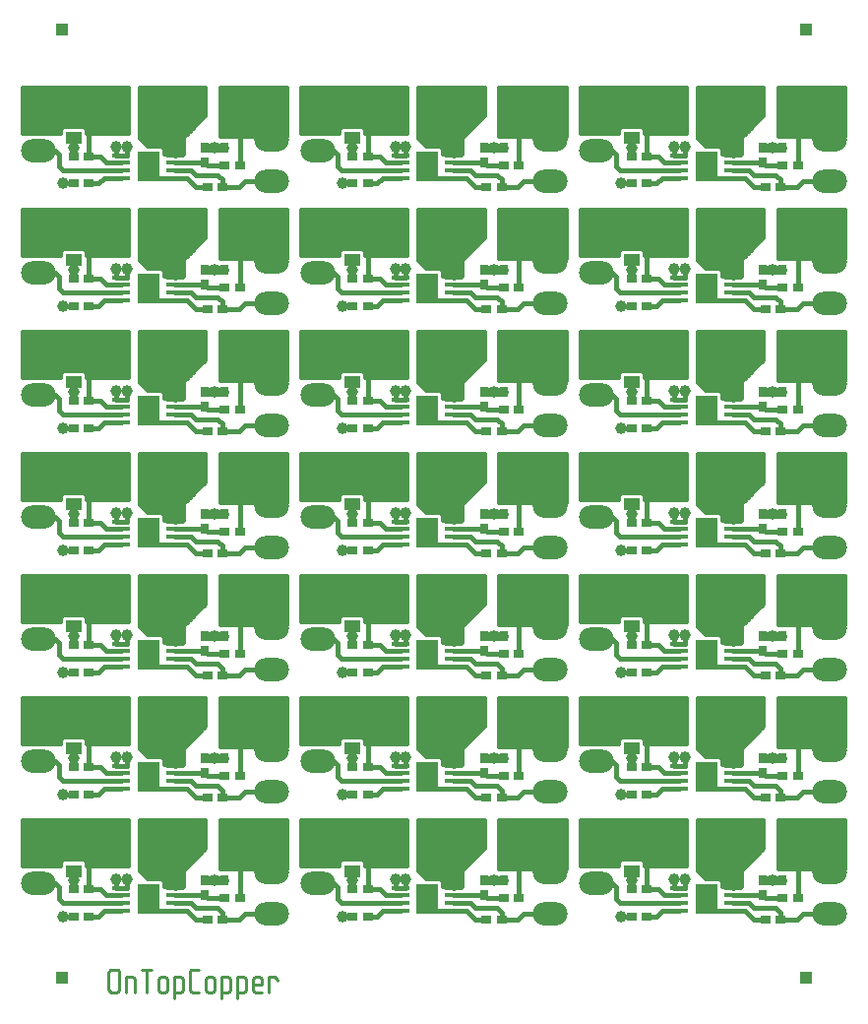
<source format=gbr>
G04 FreePCB MFC Application*
G04 Version: ÏëàòÔîðì 2.427*
G04 Author: niconson.com *
G04 WebSite: https://niconson.com/freepcb2 *
G04 Repositories: https://github.com/niconson *
G04 D:\Works\ÏëàòÔîðì íà ðóññêîì\Projects\Led\version-01\CAM(Driver-01)(11-20-2025)\Driver-01.TOP.gbr*

G04 Objects of panelization *
G04 ìåäü âåðõ layer *
G04 Scale: 100 percent, Rotated: No, Reflected: No *
%FSLAX26Y26*%
%MOIN*%
G04 ìåäü âåðõ *
G04 Rounded Rectangle Macro, params: W/2, H/2, R *
%AMRNDREC*
21,1,$1+$1,$2+$2-$3-$3,0,0,0*
21,1,$1+$1-$3-$3,$2+$2,0,0,0*
1,1,$3+$3,$1-$3,$2-$3*
1,1,$3+$3,$3-$1,$2-$3*
1,1,$3+$3,$1-$3,$3-$2*
1,1,$3+$3,$3-$1,$3-$2*%
G04 Rectangular Thermal Macro, params: W/4, H/4, TW/4, TC/4 *
%AMRECTHERM*
21,1,$1+$1-$3-$3-$4-$4,$2+$2-$3-$3-$4-$4-$4-$4,0-$1-$3-$4,0-$2-$3,0*
21,1,$1+$1-$3-$3-$4-$4-$4-$4,$2+$2-$3-$3-$4-$4,0-$1-$3,0-$2-$3-$4,0*
1,1,$4+$4+$4+$4,0-$1-$1+$4+$4,0-$2-$2+$4+$4*
1,1,$4+$4+$4+$4,0-$1-$1+$4+$4,0-$3-$3-$4-$4*
1,1,$4+$4+$4+$4,0-$3-$3-$4-$4,0-$2-$2+$4+$4*
21,1,$1+$1-$3-$3-$4-$4,$2+$2-$3-$3-$4-$4-$4-$4,0-$1-$3-$4,$2+$3,0*
21,1,$1+$1-$3-$3-$4-$4-$4-$4,$2+$2-$3-$3-$4-$4,0-$1-$3,$2+$3+$4,0*
1,1,$4+$4+$4+$4,0-$1-$1+$4+$4,$2+$2-$4-$4*
1,1,$4+$4+$4+$4,0-$1-$1+$4+$4,$3+$3+$4+$4*
1,1,$4+$4+$4+$4,0-$3-$3-$4-$4,$2+$2-$4-$4*
21,1,$1+$1-$3-$3-$4-$4,$2+$2-$3-$3-$4-$4-$4-$4,$1+$3+$4,0-$2-$3,0*
21,1,$1+$1-$3-$3-$4-$4-$4-$4,$2+$2-$3-$3-$4-$4,$1+$3,0-$2-$3-$4,0*
1,1,$4+$4+$4+$4,$1+$1-$4-$4,0-$2-$2+$4+$4*
1,1,$4+$4+$4+$4,$1+$1-$4-$4,0-$3-$3-$4-$4*
1,1,$4+$4+$4+$4,$3+$3+$4+$4,0-$2-$2+$4+$4*
21,1,$1+$1-$3-$3-$4-$4,$2+$2-$3-$3-$4-$4-$4-$4,$1+$3+$4,$2+$3,0*
21,1,$1+$1-$3-$3-$4-$4-$4-$4,$2+$2-$3-$3-$4-$4,$1+$3,$2+$3+$4,0*
1,1,$4+$4+$4+$4,$1+$1-$4-$4,$2+$2-$4-$4*
1,1,$4+$4+$4+$4,$1+$1-$4-$4,$3+$3+$4+$4*
1,1,$4+$4+$4+$4,$3+$3+$4+$4,$2+$2-$4-$4*%
%AMRECTHERM_45*
21,1,$1+$1+$1+$1,$2+$2+$2+$2-$4-$4-$4-$4-$4-$4-$4-$4-$4-$4-$3-$3,0,0,0*
21,1,$1+$1+$1+$1-$4-$4-$4-$4-$4-$4-$4-$4-$4-$4-$3-$3,$2+$2+$2+$2,0,0,0*
1,1,$4+$4+$4+$4,$1+$1-$4-$4,$2+$2-$4-$4-$4-$4-$4-$3*
1,1,$4+$4+$4+$4,$1+$1-$4-$4,0-$2-$2+$4+$4+$4+$4+$4+$3*
1,1,$4+$4+$4+$4,$1+$1-$4-$4-$4-$4-$4-$3,$2+$2-$4-$4*
1,1,$4+$4+$4+$4,0-$1-$1+$4+$4+$4+$4+$4+$3,$2+$2-$4-$4*
1,1,$4+$4+$4+$4,0-$1-$1+$4+$4,$2+$2-$4-$4-$4-$4-$4-$3*
1,1,$4+$4+$4+$4,0-$1-$1+$4+$4,0-$2-$2+$4+$4+$4+$4+$4+$3*
1,1,$4+$4+$4+$4,$1+$1-$4-$4-$4-$4-$4-$3,0-$2-$2+$4+$4*
1,1,$4+$4+$4+$4,0-$1-$1+$4+$4+$4+$4+$4+$3,0-$2-$2+$4+$4*%
%ADD10R,0.039370X0.039370*%
%ADD11C,0.011249*%
%ADD12C,0.010000*%
%ADD13C,0.011811*%
%ADD14C,0.010630*%
%ADD15R,0.035433X0.031496*%
%ADD16O,0.118110X0.078740*%
%ADD17R,0.098425X0.157480*%
%ADD18C,0.039370*%
%ADD19R,0.062992X0.017717*%
%ADD20R,0.072835X0.098425*%
%ADD21R,0.031496X0.035433*%
%ADD22RNDREC,0.039000X0.047500X0.012000*%
%ADD23RNDREC,0.025591X0.019685X0.000000*%
%ADD24C,0.015748*%
%ADD25C,0.031500*%
G01*
G04 begin color: clBlack*
%LPD*%

G04 Objects of panelization *
D10*
X-314960Y-364173D03*
X2204724Y2844488D03*
X-314960Y2844488D03*
X2204724Y-364173D03*
D11*
X-157450Y-404500D02*
X-155750Y-409650D01*
X-155750Y-409650D02*
X-152300Y-413050D01*
X-152300Y-413050D02*
X-147200Y-414750D01*
X-147200Y-414750D02*
X-131800Y-414750D01*
X-131800Y-414750D02*
X-126650Y-413050D01*
X-126650Y-413050D02*
X-123200Y-409650D01*
X-123200Y-409650D02*
X-121500Y-404500D01*
X-121500Y-404500D02*
X-121500Y-348000D01*
X-121500Y-348000D02*
X-123200Y-342850D01*
X-123200Y-342850D02*
X-126650Y-339450D01*
X-126650Y-339450D02*
X-131800Y-337750D01*
X-131800Y-337750D02*
X-147200Y-337750D01*
X-147200Y-337750D02*
X-152300Y-339450D01*
X-152300Y-339450D02*
X-155750Y-342850D01*
X-155750Y-342850D02*
X-157450Y-348000D01*
X-157450Y-348000D02*
X-157450Y-404500D01*
X-99000Y-414750D02*
X-99000Y-363400D01*
X-99000Y-363400D02*
X-78450Y-363400D01*
X-78450Y-363400D02*
X-73300Y-365150D01*
X-73300Y-365150D02*
X-69900Y-368550D01*
X-69900Y-368550D02*
X-68150Y-373700D01*
X-68150Y-373700D02*
X-68150Y-414750D01*
X-28550Y-414750D02*
X-28550Y-337750D01*
X-45650Y-337750D02*
X-11400Y-337750D01*
X11050Y-404500D02*
X12750Y-409650D01*
X12750Y-409650D02*
X16200Y-413050D01*
X16200Y-413050D02*
X21350Y-414750D01*
X21350Y-414750D02*
X31600Y-414750D01*
X31600Y-414750D02*
X36750Y-413050D01*
X36750Y-413050D02*
X40150Y-409650D01*
X40150Y-409650D02*
X41850Y-404500D01*
X41850Y-404500D02*
X41850Y-373700D01*
X41850Y-373700D02*
X40150Y-368550D01*
X40150Y-368550D02*
X36750Y-365150D01*
X36750Y-365150D02*
X31600Y-363400D01*
X31600Y-363400D02*
X21350Y-363400D01*
X21350Y-363400D02*
X16200Y-365150D01*
X16200Y-365150D02*
X12750Y-368550D01*
X12750Y-368550D02*
X11050Y-373700D01*
X11050Y-373700D02*
X11050Y-404500D01*
X64400Y-433600D02*
X64400Y-363400D01*
X64400Y-363400D02*
X84950Y-363400D01*
X84950Y-363400D02*
X90050Y-365150D01*
X90050Y-365150D02*
X93500Y-368550D01*
X93500Y-368550D02*
X95200Y-373700D01*
X95200Y-373700D02*
X95200Y-404500D01*
X95200Y-404500D02*
X93500Y-409650D01*
X93500Y-409650D02*
X90050Y-413050D01*
X90050Y-413050D02*
X84950Y-414750D01*
X84950Y-414750D02*
X64400Y-414750D01*
X148550Y-414750D02*
X128000Y-414750D01*
X128000Y-414750D02*
X122850Y-413050D01*
X122850Y-413050D02*
X119450Y-409650D01*
X119450Y-409650D02*
X117700Y-404500D01*
X117700Y-404500D02*
X117700Y-348000D01*
X117700Y-348000D02*
X119450Y-342850D01*
X119450Y-342850D02*
X122850Y-339450D01*
X122850Y-339450D02*
X128000Y-337750D01*
X128000Y-337750D02*
X148550Y-337750D01*
X171050Y-404500D02*
X172750Y-409650D01*
X172750Y-409650D02*
X176200Y-413050D01*
X176200Y-413050D02*
X181350Y-414750D01*
X181350Y-414750D02*
X191600Y-414750D01*
X191600Y-414750D02*
X196750Y-413050D01*
X196750Y-413050D02*
X200150Y-409650D01*
X200150Y-409650D02*
X201850Y-404500D01*
X201850Y-404500D02*
X201850Y-373700D01*
X201850Y-373700D02*
X200150Y-368550D01*
X200150Y-368550D02*
X196750Y-365150D01*
X196750Y-365150D02*
X191600Y-363400D01*
X191600Y-363400D02*
X181350Y-363400D01*
X181350Y-363400D02*
X176200Y-365150D01*
X176200Y-365150D02*
X172750Y-368550D01*
X172750Y-368550D02*
X171050Y-373700D01*
X171050Y-373700D02*
X171050Y-404500D01*
X224400Y-433600D02*
X224400Y-363400D01*
X224400Y-363400D02*
X244950Y-363400D01*
X244950Y-363400D02*
X250050Y-365150D01*
X250050Y-365150D02*
X253500Y-368550D01*
X253500Y-368550D02*
X255200Y-373700D01*
X255200Y-373700D02*
X255200Y-404500D01*
X255200Y-404500D02*
X253500Y-409650D01*
X253500Y-409650D02*
X250050Y-413050D01*
X250050Y-413050D02*
X244950Y-414750D01*
X244950Y-414750D02*
X224400Y-414750D01*
X277750Y-433600D02*
X277750Y-363400D01*
X277750Y-363400D02*
X298250Y-363400D01*
X298250Y-363400D02*
X303400Y-365150D01*
X303400Y-365150D02*
X306850Y-368550D01*
X306850Y-368550D02*
X308550Y-373700D01*
X308550Y-373700D02*
X308550Y-404500D01*
X308550Y-404500D02*
X306850Y-409650D01*
X306850Y-409650D02*
X303400Y-413050D01*
X303400Y-413050D02*
X298250Y-414750D01*
X298250Y-414750D02*
X277750Y-414750D01*
X331050Y-389100D02*
X361850Y-389100D01*
X361850Y-389100D02*
X361850Y-373700D01*
X361850Y-373700D02*
X360150Y-368550D01*
X360150Y-368550D02*
X356750Y-365150D01*
X356750Y-365150D02*
X351600Y-363400D01*
X351600Y-363400D02*
X341350Y-363400D01*
X341350Y-363400D02*
X336200Y-365150D01*
X336200Y-365150D02*
X332750Y-368550D01*
X332750Y-368550D02*
X331050Y-373700D01*
X331050Y-373700D02*
X331050Y-404500D01*
X331050Y-404500D02*
X332750Y-409650D01*
X332750Y-409650D02*
X336200Y-413050D01*
X336200Y-413050D02*
X341350Y-414750D01*
X341350Y-414750D02*
X360150Y-414750D01*
X384400Y-414750D02*
X384400Y-363400D01*
X384400Y-363400D02*
X403200Y-363400D01*
X403200Y-363400D02*
X408350Y-365150D01*
X408350Y-365150D02*
X411800Y-368550D01*
X411800Y-368550D02*
X413500Y-371950D01*
X413500Y-371950D02*
X413500Y-375400D01*
D12*

G04 Step and Repeat for panelization *
%SRX3Y7I0.944882J0.413386*%

G04 ----------------------- Draw board outline (positive)*
D14*
G04 driwing hatch*
X-89900Y18850D02*
X-232100Y18850D01*
X-319050Y18850D02*
X-449250Y18850D01*
X-89900Y28350D02*
X-235350Y28300D01*
X-315800Y28300D02*
X-449250Y28300D01*
X-449250Y37750D02*
X-89900Y37800D01*
X-449250Y47200D02*
X-89900Y47250D01*
X-449250Y56650D02*
X-89900Y56700D01*
X-449250Y66150D02*
X-89900Y66150D01*
X-449250Y75600D02*
X-89900Y75650D01*
X-449250Y85050D02*
X-89900Y85100D01*
X-449250Y94500D02*
X-89900Y94550D01*
X-449250Y103950D02*
X-89900Y104000D01*
X-449250Y113450D02*
X-89900Y113450D01*
X-449250Y122900D02*
X-89900Y122900D01*
X-449250Y132350D02*
X-89900Y132400D01*
X-449250Y141800D02*
X-89900Y141850D01*
X-449250Y151250D02*
X-89900Y151300D01*
X-449250Y160700D02*
X-89900Y160750D01*
D13*
X-89925Y10368D02*
X-232106Y10368D01*
X-232106Y25088D01*
X-241053Y34035D01*
X-310127Y34035D01*
X-319074Y25088D01*
X-319074Y10368D01*
X-449270Y10368D01*
X-449270Y167307D01*
X-89925Y167307D01*
X-89925Y10368D01*
D14*
G04 driwing hatch*
X98000Y-56650D02*
X31300Y-56650D01*
X98000Y-47200D02*
X31300Y-47200D01*
X98000Y-37750D02*
X28200Y-37750D01*
X98000Y-28300D02*
X-28750Y-28300D01*
X98000Y-18800D02*
X-38200Y-18850D01*
X98000Y-9350D02*
X-47650Y-9400D01*
X101650Y50D02*
X-53150Y50D01*
X111150Y9500D02*
X-53150Y9500D01*
X120600Y18950D02*
X-53150Y18950D01*
X130050Y28400D02*
X-53150Y28400D01*
X139500Y37900D02*
X-53150Y37850D01*
X148950Y47350D02*
X-53150Y47300D01*
X158450Y56800D02*
X-53150Y56800D01*
X167900Y66250D02*
X-53150Y66250D01*
X-53150Y75700D02*
X172300Y75700D01*
X-53150Y85150D02*
X172300Y85200D01*
X-53150Y94600D02*
X172300Y94650D01*
X-53150Y104100D02*
X172300Y104100D01*
X-53150Y113550D02*
X172300Y113550D01*
X-53150Y123000D02*
X172300Y123000D01*
X-53150Y132450D02*
X172300Y132500D01*
X-53150Y141900D02*
X172300Y141950D01*
X-53150Y151350D02*
X172300Y151400D01*
X-53150Y160850D02*
X172300Y160850D01*
D13*
X172308Y70683D02*
X98018Y-3606D01*
X98018Y-59481D01*
X31324Y-59481D01*
X31324Y-40869D01*
X22377Y-31922D01*
X-25166Y-31922D01*
X-53190Y-3897D01*
X-53190Y167307D01*
X172308Y167307D01*
X172308Y70683D01*
D14*
G04 driwing hatch*
X220450Y9450D02*
X449200Y9500D01*
X220450Y18900D02*
X449200Y18950D01*
X220450Y28350D02*
X449200Y28400D01*
X220450Y37850D02*
X449200Y37850D01*
X220450Y47300D02*
X449200Y47300D01*
X220450Y56750D02*
X449200Y56750D01*
X220450Y66200D02*
X449200Y66250D01*
X220450Y75650D02*
X449200Y75700D01*
X220450Y85150D02*
X449200Y85150D01*
X220450Y94600D02*
X449200Y94600D01*
X220450Y104050D02*
X449200Y104050D01*
X220450Y113500D02*
X449200Y113550D01*
X220450Y122950D02*
X449200Y123000D01*
X220450Y132400D02*
X449200Y132450D01*
X220450Y141900D02*
X449200Y141900D01*
X220450Y151350D02*
X449200Y151350D01*
X220450Y160800D02*
X449200Y160800D01*
D13*
X449238Y1156D02*
X220459Y1156D01*
X220459Y167307D01*
X449238Y167307D01*
X449238Y1156D01*

G04 -------------- Draw Parts, Pads, Traces, Vias and Text (positive)*
D15*
X236220Y-95288D03*
X287401Y-95288D03*
D16*
X-393700Y-44894D03*
X393700Y-147637D03*
X393700Y-9842D03*
D17*
X-3937Y88582D03*
X-157480Y88582D03*
D18*
X7874Y49212D03*
X7874Y127952D03*
X-169291Y49212D03*
X-169291Y127952D03*
D19*
X-113537Y-60642D03*
X-113537Y-86233D03*
X-113537Y-111824D03*
X-113537Y-137414D03*
X67564Y-137414D03*
X67564Y-111824D03*
X67564Y-86233D03*
X67564Y-60642D03*
D20*
X-22986Y-99028D03*
D21*
X169685Y-35052D03*
X169685Y-86233D03*
D16*
X-393700Y127952D03*
D22*
X137795Y108267D03*
X345795Y108267D03*
D15*
X177165Y-167322D03*
X228346Y-167322D03*
X-275590Y-157099D03*
X-224409Y-157099D03*
X-275590Y-66548D03*
X-224409Y-66548D03*
D23*
X-275590Y-3543D03*
X-275590Y68897D03*
D21*
X236220Y-35052D03*
X236220Y16128D03*

G04 Draw traces*
D24*
X-113537Y-86233D02*
X-164434Y-86233D01*
X-164434Y-86233D02*
X-184119Y-66548D01*
X-184119Y-66548D02*
X-224409Y-66548D01*
X-224409Y-66548D02*
X-224409Y21297D01*
X228346Y-167322D02*
X228309Y-143642D01*
X228309Y-143642D02*
X212859Y-128142D01*
X212859Y-128142D02*
X138755Y-128135D01*
X138755Y-128135D02*
X122443Y-111824D01*
X122443Y-111824D02*
X67564Y-111824D01*
X228346Y-167322D02*
X284059Y-167342D01*
X284059Y-167342D02*
X303759Y-147642D01*
X303759Y-147642D02*
X393700Y-147637D01*
X-113537Y-111824D02*
X-313399Y-111823D01*
X-313399Y-111823D02*
X-326776Y-98451D01*
X-326776Y-98451D02*
X-326790Y-58292D01*
X-326790Y-58292D02*
X-340190Y-44942D01*
X-340190Y-44942D02*
X-393700Y-44894D01*
X393700Y-9842D02*
X393700Y40478D01*
X287401Y-95288D02*
X287401Y3354D01*
X-275590Y-157099D02*
X-310697Y-157099D01*
D18*
X-310697Y-157099D03*
D25*
X236220Y-35052D02*
X202485Y-35052D01*
D18*
X202485Y-35052D03*
D25*
X202485Y-35052D02*
X169685Y-35052D01*
D24*
X177165Y-167322D02*
X138826Y-167322D01*
X138826Y-167322D02*
X108918Y-137414D01*
X108918Y-137414D02*
X67564Y-137414D01*
X-113537Y-60642D02*
X-131220Y-60643D01*
X-131220Y-60643D02*
X-131220Y-32888D01*
D18*
X-131220Y-32888D03*
D24*
X-113537Y-60642D02*
X-95821Y-60642D01*
X-95821Y-60642D02*
X-95821Y-32888D01*
D18*
X-95821Y-32888D03*
D24*
X-275590Y-3543D02*
X-275590Y-36165D01*
D18*
X-275590Y-36165D03*
D24*
X-275590Y-36165D02*
X-275590Y-66548D01*
X-22986Y-99028D02*
X-22986Y-137414D01*
X-22986Y-137414D02*
X67564Y-137414D01*
X169685Y-86233D02*
X67564Y-86233D01*
X169685Y-86233D02*
X178740Y-95288D01*
X178740Y-95288D02*
X236220Y-95288D01*
X-224409Y-157099D02*
X-192806Y-157099D01*
X-192806Y-157099D02*
X-173121Y-137414D01*
X-173121Y-137414D02*
X-113537Y-137414D01*
X67564Y-60642D02*
X63627Y-34014D01*

G04 Draw Text*
D12*

G04 EOF Step and Repeat for panelization *
%SR*%
M02*

</source>
